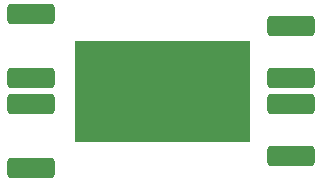
<source format=gbs>
G04 #@! TF.GenerationSoftware,KiCad,Pcbnew,8.0.3-8.0.3-0~ubuntu22.04.1*
G04 #@! TF.CreationDate,2024-07-06T17:23:21+03:00*
G04 #@! TF.ProjectId,Directional_Coupler,44697265-6374-4696-9f6e-616c5f436f75,A0*
G04 #@! TF.SameCoordinates,Original*
G04 #@! TF.FileFunction,Soldermask,Bot*
G04 #@! TF.FilePolarity,Negative*
%FSLAX46Y46*%
G04 Gerber Fmt 4.6, Leading zero omitted, Abs format (unit mm)*
G04 Created by KiCad (PCBNEW 8.0.3-8.0.3-0~ubuntu22.04.1) date 2024-07-06 17:23:21*
%MOMM*%
%LPD*%
G01*
G04 APERTURE LIST*
G04 Aperture macros list*
%AMRoundRect*
0 Rectangle with rounded corners*
0 $1 Rounding radius*
0 $2 $3 $4 $5 $6 $7 $8 $9 X,Y pos of 4 corners*
0 Add a 4 corners polygon primitive as box body*
4,1,4,$2,$3,$4,$5,$6,$7,$8,$9,$2,$3,0*
0 Add four circle primitives for the rounded corners*
1,1,$1+$1,$2,$3*
1,1,$1+$1,$4,$5*
1,1,$1+$1,$6,$7*
1,1,$1+$1,$8,$9*
0 Add four rect primitives between the rounded corners*
20,1,$1+$1,$2,$3,$4,$5,0*
20,1,$1+$1,$4,$5,$6,$7,0*
20,1,$1+$1,$6,$7,$8,$9,0*
20,1,$1+$1,$8,$9,$2,$3,0*%
G04 Aperture macros list end*
%ADD10C,0.100000*%
%ADD11C,0.500000*%
%ADD12RoundRect,0.274194X-1.725806X-0.575806X1.725806X-0.575806X1.725806X0.575806X-1.725806X0.575806X0*%
G04 APERTURE END LIST*
D10*
X91700000Y-45250000D02*
X106400000Y-45250000D01*
X106400000Y-53750000D01*
X91700000Y-53750000D01*
X91700000Y-45250000D01*
G36*
X91700000Y-45250000D02*
G01*
X106400000Y-45250000D01*
X106400000Y-53750000D01*
X91700000Y-53750000D01*
X91700000Y-45250000D01*
G37*
D11*
X92500000Y-46450000D03*
X92500000Y-48000000D03*
X92500000Y-49500000D03*
X92500000Y-51050000D03*
X92500000Y-52550000D03*
X93150000Y-45700000D03*
X93150000Y-47200000D03*
X93150000Y-48750000D03*
X93150000Y-50250000D03*
X93150000Y-51800000D03*
X93150000Y-53300000D03*
X93800000Y-46450000D03*
X93800000Y-48000000D03*
X93800000Y-49500000D03*
X93800000Y-51050000D03*
X93800000Y-52550000D03*
X94450000Y-45700000D03*
X94450000Y-47200000D03*
X94450000Y-48750000D03*
X94450000Y-50250000D03*
X94450000Y-51800000D03*
X94450000Y-53300000D03*
X95100000Y-46450000D03*
X95100000Y-48000000D03*
X95100000Y-49500000D03*
X95100000Y-51050000D03*
X95100000Y-52550000D03*
X95700000Y-45700000D03*
X95700000Y-47200000D03*
X95700000Y-48750000D03*
X95700000Y-50250000D03*
X95700000Y-51800000D03*
X95700000Y-53300000D03*
X96350000Y-46450000D03*
X96350000Y-48000000D03*
X96350000Y-49500000D03*
X96350000Y-51050000D03*
X96350000Y-52550000D03*
X97000000Y-45700000D03*
X97000000Y-47200000D03*
X97000000Y-48750000D03*
X97000000Y-50250000D03*
X97000000Y-51800000D03*
X97000000Y-53300000D03*
X97650000Y-46450000D03*
X97650000Y-48000000D03*
X97650000Y-49500000D03*
X97650000Y-51050000D03*
X97650000Y-52550000D03*
X98300000Y-45700000D03*
X98300000Y-47200000D03*
X98300000Y-48750000D03*
X98300000Y-50250000D03*
X98300000Y-51800000D03*
X98300000Y-53300000D03*
X99000000Y-46450000D03*
X99000000Y-48000000D03*
X99000000Y-49500000D03*
X99000000Y-51050000D03*
X99000000Y-52550000D03*
X99650000Y-45700000D03*
X99650000Y-47200000D03*
X99650000Y-48750000D03*
X99650000Y-50250000D03*
X99650000Y-51800000D03*
X99650000Y-53300000D03*
X100300000Y-46450000D03*
X100300000Y-48000000D03*
X100300000Y-49500000D03*
X100300000Y-51050000D03*
X100300000Y-52550000D03*
X100950000Y-45700000D03*
X100950000Y-47200000D03*
X100950000Y-48750000D03*
X100950000Y-50250000D03*
X100950000Y-51800000D03*
X100950000Y-53300000D03*
X101600000Y-46450000D03*
X101600000Y-48000000D03*
X101600000Y-49500000D03*
X101600000Y-51050000D03*
X101600000Y-52550000D03*
X102250000Y-45700000D03*
X102250000Y-47200000D03*
X102250000Y-48750000D03*
X102250000Y-50250000D03*
X102250000Y-51800000D03*
X102250000Y-53300000D03*
X102850000Y-46450000D03*
X102850000Y-48000000D03*
X102850000Y-49500000D03*
X102850000Y-51050000D03*
X102850000Y-52550000D03*
X103500000Y-45700000D03*
X103500000Y-47200000D03*
X103500000Y-48750000D03*
X103500000Y-50250000D03*
X103500000Y-51800000D03*
X103500000Y-53300000D03*
X104150000Y-46450000D03*
X104150000Y-48000000D03*
X104150000Y-49500000D03*
X104150000Y-51050000D03*
X104150000Y-52550000D03*
X104800000Y-45700000D03*
X104800000Y-47200000D03*
X104800000Y-48750000D03*
X104800000Y-50250000D03*
X104800000Y-51800000D03*
X104800000Y-53300000D03*
X105450000Y-46450000D03*
X105450000Y-48000000D03*
X105450000Y-49500000D03*
X105450000Y-51050000D03*
X105450000Y-52550000D03*
D12*
X110000000Y-55000000D03*
X88000000Y-43000000D03*
X88000000Y-56000000D03*
X88000000Y-48400000D03*
X88000000Y-50600000D03*
X110000000Y-48400000D03*
X110000000Y-50600000D03*
X110000000Y-44000000D03*
M02*

</source>
